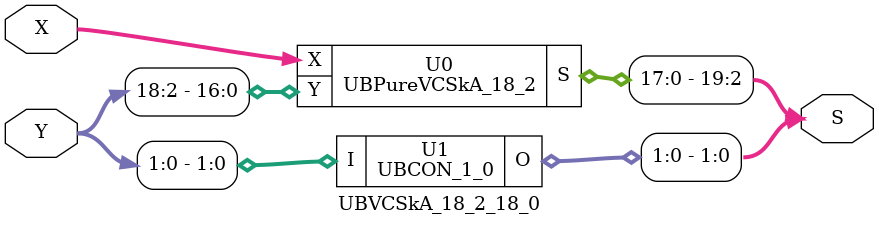
<source format=v>
/*----------------------------------------------------------------------------
  Copyright (c) 2021 Homma laboratory. All rights reserved.

  Top module: Multiplier_7_0_7_000

  Number system: Unsigned binary
  Multiplicand length: 8
  Multiplier length: 8
  Partial product generation: PPG with Radix-4 modified Booth recoding
  Partial product accumulation: Balanced delay tree
  Final stage addition: Carry-skip adder (variable-block-size)
----------------------------------------------------------------------------*/

module NUBZero_8_8(O);
  output [8:8] O;
  assign O[8] = 0;
endmodule

module R4BEEL_0_2(O_ds, O_d1, O_d0, I2, I1);
  output O_ds, O_d1, O_d0;
  input I1;
  input I2;
  assign O_d0 = I1;
  assign O_d1 = I2 & ( ~ I1 );
  assign O_ds = I2;
endmodule

module R4BEE_1(O_ds, O_d1, O_d0, I2, I1, I0);
  output O_ds, O_d1, O_d0;
  input I0;
  input I1;
  input I2;
  assign O_d0 = I1 ^ I0;
  assign O_d1 = ( I2 ^ I1 ) & ( ~ ( I1 ^ I0 ) );
  assign O_ds = I2;
endmodule

module R4BEE_2(O_ds, O_d1, O_d0, I2, I1, I0);
  output O_ds, O_d1, O_d0;
  input I0;
  input I1;
  input I2;
  assign O_d0 = I1 ^ I0;
  assign O_d1 = ( I2 ^ I1 ) & ( ~ ( I1 ^ I0 ) );
  assign O_ds = I2;
endmodule

module R4BEE_3(O_ds, O_d1, O_d0, I2, I1, I0);
  output O_ds, O_d1, O_d0;
  input I0;
  input I1;
  input I2;
  assign O_d0 = I1 ^ I0;
  assign O_d1 = ( I2 ^ I1 ) & ( ~ ( I1 ^ I0 ) );
  assign O_ds = I2;
endmodule

module R4BEEH_4_2(O_ds, O_d1, O_d0, I1, I0);
  output O_ds, O_d1, O_d0;
  input I0;
  input I1;
  assign O_d0 = I1 ^ I0;
  assign O_d1 = 0;
  assign O_ds = I1;
endmodule

module SD41DDECON_0(S, U_d1, U_d0, I_ds, I_d1, I_d0);
  output S;
  output U_d1, U_d0;
  input I_ds, I_d1, I_d0;
  assign S = I_ds;
  assign U_d0 = I_d0;
  assign U_d1 = I_d1;
endmodule

module U4DPPGL_0_0(Po, O, I, U_d1, U_d0);
  output O;
  output Po;
  input I;
  input U_d1, U_d0;
  assign O = I & U_d0;
  assign Po = I & U_d1;
endmodule

module U4DPPG_1_0(Po, O, I, U_d1, U_d0, Pi);
  output O;
  output Po;
  input I;
  input Pi;
  input U_d1, U_d0;
  assign O = ( I & U_d0 ) | Pi;
  assign Po = I & U_d1;
endmodule

module U4DPPG_2_0(Po, O, I, U_d1, U_d0, Pi);
  output O;
  output Po;
  input I;
  input Pi;
  input U_d1, U_d0;
  assign O = ( I & U_d0 ) | Pi;
  assign Po = I & U_d1;
endmodule

module U4DPPG_3_0(Po, O, I, U_d1, U_d0, Pi);
  output O;
  output Po;
  input I;
  input Pi;
  input U_d1, U_d0;
  assign O = ( I & U_d0 ) | Pi;
  assign Po = I & U_d1;
endmodule

module U4DPPG_4_0(Po, O, I, U_d1, U_d0, Pi);
  output O;
  output Po;
  input I;
  input Pi;
  input U_d1, U_d0;
  assign O = ( I & U_d0 ) | Pi;
  assign Po = I & U_d1;
endmodule

module U4DPPG_5_0(Po, O, I, U_d1, U_d0, Pi);
  output O;
  output Po;
  input I;
  input Pi;
  input U_d1, U_d0;
  assign O = ( I & U_d0 ) | Pi;
  assign Po = I & U_d1;
endmodule

module U4DPPG_6_0(Po, O, I, U_d1, U_d0, Pi);
  output O;
  output Po;
  input I;
  input Pi;
  input U_d1, U_d0;
  assign O = ( I & U_d0 ) | Pi;
  assign Po = I & U_d1;
endmodule

module U4DPPG_7_0(Po, O, I, U_d1, U_d0, Pi);
  output O;
  output Po;
  input I;
  input Pi;
  input U_d1, U_d0;
  assign O = ( I & U_d0 ) | Pi;
  assign Po = I & U_d1;
endmodule

module U4DPPGH_8_0(Po, O, I, U_d1, U_d0, Pi);
  output O;
  output Po;
  input I;
  input Pi;
  input U_d1, U_d0;
  assign O = ( I & U_d0 ) | Pi;
  assign Po = I & ( U_d1 | U_d0 );
endmodule

module BWCPP_0(O, I, S);
  output O;
  input I;
  input S;
  assign O = S ^ I;
endmodule

module BWCPP_1(O, I, S);
  output O;
  input I;
  input S;
  assign O = S ^ I;
endmodule

module BWCPP_2(O, I, S);
  output O;
  input I;
  input S;
  assign O = S ^ I;
endmodule

module BWCPP_3(O, I, S);
  output O;
  input I;
  input S;
  assign O = S ^ I;
endmodule

module BWCPP_4(O, I, S);
  output O;
  input I;
  input S;
  assign O = S ^ I;
endmodule

module BWCPP_5(O, I, S);
  output O;
  input I;
  input S;
  assign O = S ^ I;
endmodule

module BWCPP_6(O, I, S);
  output O;
  input I;
  input S;
  assign O = S ^ I;
endmodule

module BWCPP_7(O, I, S);
  output O;
  input I;
  input S;
  assign O = S ^ I;
endmodule

module BWCPP_8(O, I, S);
  output O;
  input I;
  input S;
  assign O = S ^ I;
endmodule

module BWCNP_9(O, I, S);
  output O;
  input I;
  input S;
  assign O = ( ~ S ) ^ I;
endmodule

module UBBBG_0(O, S);
  output O;
  input S;
  assign O = S;
endmodule

module SD41DDECON_1(S, U_d1, U_d0, I_ds, I_d1, I_d0);
  output S;
  output U_d1, U_d0;
  input I_ds, I_d1, I_d0;
  assign S = I_ds;
  assign U_d0 = I_d0;
  assign U_d1 = I_d1;
endmodule

module U4DPPGL_0_1(Po, O, I, U_d1, U_d0);
  output O;
  output Po;
  input I;
  input U_d1, U_d0;
  assign O = I & U_d0;
  assign Po = I & U_d1;
endmodule

module U4DPPG_1_1(Po, O, I, U_d1, U_d0, Pi);
  output O;
  output Po;
  input I;
  input Pi;
  input U_d1, U_d0;
  assign O = ( I & U_d0 ) | Pi;
  assign Po = I & U_d1;
endmodule

module U4DPPG_2_1(Po, O, I, U_d1, U_d0, Pi);
  output O;
  output Po;
  input I;
  input Pi;
  input U_d1, U_d0;
  assign O = ( I & U_d0 ) | Pi;
  assign Po = I & U_d1;
endmodule

module U4DPPG_3_1(Po, O, I, U_d1, U_d0, Pi);
  output O;
  output Po;
  input I;
  input Pi;
  input U_d1, U_d0;
  assign O = ( I & U_d0 ) | Pi;
  assign Po = I & U_d1;
endmodule

module U4DPPG_4_1(Po, O, I, U_d1, U_d0, Pi);
  output O;
  output Po;
  input I;
  input Pi;
  input U_d1, U_d0;
  assign O = ( I & U_d0 ) | Pi;
  assign Po = I & U_d1;
endmodule

module U4DPPG_5_1(Po, O, I, U_d1, U_d0, Pi);
  output O;
  output Po;
  input I;
  input Pi;
  input U_d1, U_d0;
  assign O = ( I & U_d0 ) | Pi;
  assign Po = I & U_d1;
endmodule

module U4DPPG_6_1(Po, O, I, U_d1, U_d0, Pi);
  output O;
  output Po;
  input I;
  input Pi;
  input U_d1, U_d0;
  assign O = ( I & U_d0 ) | Pi;
  assign Po = I & U_d1;
endmodule

module U4DPPG_7_1(Po, O, I, U_d1, U_d0, Pi);
  output O;
  output Po;
  input I;
  input Pi;
  input U_d1, U_d0;
  assign O = ( I & U_d0 ) | Pi;
  assign Po = I & U_d1;
endmodule

module U4DPPGH_8_1(Po, O, I, U_d1, U_d0, Pi);
  output O;
  output Po;
  input I;
  input Pi;
  input U_d1, U_d0;
  assign O = ( I & U_d0 ) | Pi;
  assign Po = I & ( U_d1 | U_d0 );
endmodule

module BWCPP_9(O, I, S);
  output O;
  input I;
  input S;
  assign O = S ^ I;
endmodule

module BWCPP_10(O, I, S);
  output O;
  input I;
  input S;
  assign O = S ^ I;
endmodule

module BWCNP_11(O, I, S);
  output O;
  input I;
  input S;
  assign O = ( ~ S ) ^ I;
endmodule

module UBBBG_2(O, S);
  output O;
  input S;
  assign O = S;
endmodule

module SD41DDECON_2(S, U_d1, U_d0, I_ds, I_d1, I_d0);
  output S;
  output U_d1, U_d0;
  input I_ds, I_d1, I_d0;
  assign S = I_ds;
  assign U_d0 = I_d0;
  assign U_d1 = I_d1;
endmodule

module U4DPPGL_0_2(Po, O, I, U_d1, U_d0);
  output O;
  output Po;
  input I;
  input U_d1, U_d0;
  assign O = I & U_d0;
  assign Po = I & U_d1;
endmodule

module U4DPPG_1_2(Po, O, I, U_d1, U_d0, Pi);
  output O;
  output Po;
  input I;
  input Pi;
  input U_d1, U_d0;
  assign O = ( I & U_d0 ) | Pi;
  assign Po = I & U_d1;
endmodule

module U4DPPG_2_2(Po, O, I, U_d1, U_d0, Pi);
  output O;
  output Po;
  input I;
  input Pi;
  input U_d1, U_d0;
  assign O = ( I & U_d0 ) | Pi;
  assign Po = I & U_d1;
endmodule

module U4DPPG_3_2(Po, O, I, U_d1, U_d0, Pi);
  output O;
  output Po;
  input I;
  input Pi;
  input U_d1, U_d0;
  assign O = ( I & U_d0 ) | Pi;
  assign Po = I & U_d1;
endmodule

module U4DPPG_4_2(Po, O, I, U_d1, U_d0, Pi);
  output O;
  output Po;
  input I;
  input Pi;
  input U_d1, U_d0;
  assign O = ( I & U_d0 ) | Pi;
  assign Po = I & U_d1;
endmodule

module U4DPPG_5_2(Po, O, I, U_d1, U_d0, Pi);
  output O;
  output Po;
  input I;
  input Pi;
  input U_d1, U_d0;
  assign O = ( I & U_d0 ) | Pi;
  assign Po = I & U_d1;
endmodule

module U4DPPG_6_2(Po, O, I, U_d1, U_d0, Pi);
  output O;
  output Po;
  input I;
  input Pi;
  input U_d1, U_d0;
  assign O = ( I & U_d0 ) | Pi;
  assign Po = I & U_d1;
endmodule

module U4DPPG_7_2(Po, O, I, U_d1, U_d0, Pi);
  output O;
  output Po;
  input I;
  input Pi;
  input U_d1, U_d0;
  assign O = ( I & U_d0 ) | Pi;
  assign Po = I & U_d1;
endmodule

module U4DPPGH_8_2(Po, O, I, U_d1, U_d0, Pi);
  output O;
  output Po;
  input I;
  input Pi;
  input U_d1, U_d0;
  assign O = ( I & U_d0 ) | Pi;
  assign Po = I & ( U_d1 | U_d0 );
endmodule

module BWCPP_11(O, I, S);
  output O;
  input I;
  input S;
  assign O = S ^ I;
endmodule

module BWCPP_12(O, I, S);
  output O;
  input I;
  input S;
  assign O = S ^ I;
endmodule

module BWCNP_13(O, I, S);
  output O;
  input I;
  input S;
  assign O = ( ~ S ) ^ I;
endmodule

module UBBBG_4(O, S);
  output O;
  input S;
  assign O = S;
endmodule

module SD41DDECON_3(S, U_d1, U_d0, I_ds, I_d1, I_d0);
  output S;
  output U_d1, U_d0;
  input I_ds, I_d1, I_d0;
  assign S = I_ds;
  assign U_d0 = I_d0;
  assign U_d1 = I_d1;
endmodule

module U4DPPGL_0_3(Po, O, I, U_d1, U_d0);
  output O;
  output Po;
  input I;
  input U_d1, U_d0;
  assign O = I & U_d0;
  assign Po = I & U_d1;
endmodule

module U4DPPG_1_3(Po, O, I, U_d1, U_d0, Pi);
  output O;
  output Po;
  input I;
  input Pi;
  input U_d1, U_d0;
  assign O = ( I & U_d0 ) | Pi;
  assign Po = I & U_d1;
endmodule

module U4DPPG_2_3(Po, O, I, U_d1, U_d0, Pi);
  output O;
  output Po;
  input I;
  input Pi;
  input U_d1, U_d0;
  assign O = ( I & U_d0 ) | Pi;
  assign Po = I & U_d1;
endmodule

module U4DPPG_3_3(Po, O, I, U_d1, U_d0, Pi);
  output O;
  output Po;
  input I;
  input Pi;
  input U_d1, U_d0;
  assign O = ( I & U_d0 ) | Pi;
  assign Po = I & U_d1;
endmodule

module U4DPPG_4_3(Po, O, I, U_d1, U_d0, Pi);
  output O;
  output Po;
  input I;
  input Pi;
  input U_d1, U_d0;
  assign O = ( I & U_d0 ) | Pi;
  assign Po = I & U_d1;
endmodule

module U4DPPG_5_3(Po, O, I, U_d1, U_d0, Pi);
  output O;
  output Po;
  input I;
  input Pi;
  input U_d1, U_d0;
  assign O = ( I & U_d0 ) | Pi;
  assign Po = I & U_d1;
endmodule

module U4DPPG_6_3(Po, O, I, U_d1, U_d0, Pi);
  output O;
  output Po;
  input I;
  input Pi;
  input U_d1, U_d0;
  assign O = ( I & U_d0 ) | Pi;
  assign Po = I & U_d1;
endmodule

module U4DPPG_7_3(Po, O, I, U_d1, U_d0, Pi);
  output O;
  output Po;
  input I;
  input Pi;
  input U_d1, U_d0;
  assign O = ( I & U_d0 ) | Pi;
  assign Po = I & U_d1;
endmodule

module U4DPPGH_8_3(Po, O, I, U_d1, U_d0, Pi);
  output O;
  output Po;
  input I;
  input Pi;
  input U_d1, U_d0;
  assign O = ( I & U_d0 ) | Pi;
  assign Po = I & ( U_d1 | U_d0 );
endmodule

module BWCPP_13(O, I, S);
  output O;
  input I;
  input S;
  assign O = S ^ I;
endmodule

module BWCPP_14(O, I, S);
  output O;
  input I;
  input S;
  assign O = S ^ I;
endmodule

module BWCNP_15(O, I, S);
  output O;
  input I;
  input S;
  assign O = ( ~ S ) ^ I;
endmodule

module UBBBG_6(O, S);
  output O;
  input S;
  assign O = S;
endmodule

module SD41DDECON_4(S, U_d1, U_d0, I_ds, I_d1, I_d0);
  output S;
  output U_d1, U_d0;
  input I_ds, I_d1, I_d0;
  assign S = I_ds;
  assign U_d0 = I_d0;
  assign U_d1 = I_d1;
endmodule

module U4DPPGL_0_4(Po, O, I, U_d1, U_d0);
  output O;
  output Po;
  input I;
  input U_d1, U_d0;
  assign O = I & U_d0;
  assign Po = I & U_d1;
endmodule

module U4DPPG_1_4(Po, O, I, U_d1, U_d0, Pi);
  output O;
  output Po;
  input I;
  input Pi;
  input U_d1, U_d0;
  assign O = ( I & U_d0 ) | Pi;
  assign Po = I & U_d1;
endmodule

module U4DPPG_2_4(Po, O, I, U_d1, U_d0, Pi);
  output O;
  output Po;
  input I;
  input Pi;
  input U_d1, U_d0;
  assign O = ( I & U_d0 ) | Pi;
  assign Po = I & U_d1;
endmodule

module U4DPPG_3_4(Po, O, I, U_d1, U_d0, Pi);
  output O;
  output Po;
  input I;
  input Pi;
  input U_d1, U_d0;
  assign O = ( I & U_d0 ) | Pi;
  assign Po = I & U_d1;
endmodule

module U4DPPG_4_4(Po, O, I, U_d1, U_d0, Pi);
  output O;
  output Po;
  input I;
  input Pi;
  input U_d1, U_d0;
  assign O = ( I & U_d0 ) | Pi;
  assign Po = I & U_d1;
endmodule

module U4DPPG_5_4(Po, O, I, U_d1, U_d0, Pi);
  output O;
  output Po;
  input I;
  input Pi;
  input U_d1, U_d0;
  assign O = ( I & U_d0 ) | Pi;
  assign Po = I & U_d1;
endmodule

module U4DPPG_6_4(Po, O, I, U_d1, U_d0, Pi);
  output O;
  output Po;
  input I;
  input Pi;
  input U_d1, U_d0;
  assign O = ( I & U_d0 ) | Pi;
  assign Po = I & U_d1;
endmodule

module U4DPPG_7_4(Po, O, I, U_d1, U_d0, Pi);
  output O;
  output Po;
  input I;
  input Pi;
  input U_d1, U_d0;
  assign O = ( I & U_d0 ) | Pi;
  assign Po = I & U_d1;
endmodule

module U4DPPGH_8_4(Po, O, I, U_d1, U_d0, Pi);
  output O;
  output Po;
  input I;
  input Pi;
  input U_d1, U_d0;
  assign O = ( I & U_d0 ) | Pi;
  assign Po = I & ( U_d1 | U_d0 );
endmodule

module BWCPP_15(O, I, S);
  output O;
  input I;
  input S;
  assign O = S ^ I;
endmodule

module BWCPP_16(O, I, S);
  output O;
  input I;
  input S;
  assign O = S ^ I;
endmodule

module BWCNP_17(O, I, S);
  output O;
  input I;
  input S;
  assign O = ( ~ S ) ^ I;
endmodule

module UBBBG_8(O, S);
  output O;
  input S;
  assign O = S;
endmodule

module UBOne_10(O);
  output O;
  assign O = 1;
endmodule

module UB1DCON_10(O, I);
  output O;
  input I;
  assign O = I;
endmodule

module UB1DCON_0(O, I);
  output O;
  input I;
  assign O = I;
endmodule

module UB1DCON_1(O, I);
  output O;
  input I;
  assign O = I;
endmodule

module UB1DCON_2(O, I);
  output O;
  input I;
  assign O = I;
endmodule

module UB1DCON_3(O, I);
  output O;
  input I;
  assign O = I;
endmodule

module UB1DCON_4(O, I);
  output O;
  input I;
  assign O = I;
endmodule

module UB1DCON_5(O, I);
  output O;
  input I;
  assign O = I;
endmodule

module UB1DCON_6(O, I);
  output O;
  input I;
  assign O = I;
endmodule

module UB1DCON_7(O, I);
  output O;
  input I;
  assign O = I;
endmodule

module UB1DCON_8(O, I);
  output O;
  input I;
  assign O = I;
endmodule

module UB1DCON_9(O, I);
  output O;
  input I;
  assign O = I;
endmodule

module UBOne_12(O);
  output O;
  assign O = 1;
endmodule

module UB1DCON_12(O, I);
  output O;
  input I;
  assign O = I;
endmodule

module UB1DCON_11(O, I);
  output O;
  input I;
  assign O = I;
endmodule

module UBZero_1_1(O);
  output [1:1] O;
  assign O[1] = 0;
endmodule

module UBOne_14(O);
  output O;
  assign O = 1;
endmodule

module UB1DCON_14(O, I);
  output O;
  input I;
  assign O = I;
endmodule

module UB1DCON_13(O, I);
  output O;
  input I;
  assign O = I;
endmodule

module UBZero_3_3(O);
  output [3:3] O;
  assign O[3] = 0;
endmodule

module UBOne_16(O);
  output O;
  assign O = 1;
endmodule

module UB1DCON_16(O, I);
  output O;
  input I;
  assign O = I;
endmodule

module UB1DCON_15(O, I);
  output O;
  input I;
  assign O = I;
endmodule

module UBZero_5_5(O);
  output [5:5] O;
  assign O[5] = 0;
endmodule

module UB1DCON_17(O, I);
  output O;
  input I;
  assign O = I;
endmodule

module UBZero_7_7(O);
  output [7:7] O;
  assign O[7] = 0;
endmodule

module UBOne_9(O);
  output O;
  assign O = 1;
endmodule

module UBHA_0(C, S, X, Y);
  output C;
  output S;
  input X;
  input Y;
  assign C = X & Y;
  assign S = X ^ Y;
endmodule

module UBHA_1(C, S, X, Y);
  output C;
  output S;
  input X;
  input Y;
  assign C = X & Y;
  assign S = X ^ Y;
endmodule

module UBFA_2(C, S, X, Y, Z);
  output C;
  output S;
  input X;
  input Y;
  input Z;
  assign C = ( X & Y ) | ( Y & Z ) | ( Z & X );
  assign S = X ^ Y ^ Z;
endmodule

module UBFA_3(C, S, X, Y, Z);
  output C;
  output S;
  input X;
  input Y;
  input Z;
  assign C = ( X & Y ) | ( Y & Z ) | ( Z & X );
  assign S = X ^ Y ^ Z;
endmodule

module UBFA_4(C, S, X, Y, Z);
  output C;
  output S;
  input X;
  input Y;
  input Z;
  assign C = ( X & Y ) | ( Y & Z ) | ( Z & X );
  assign S = X ^ Y ^ Z;
endmodule

module UBFA_5(C, S, X, Y, Z);
  output C;
  output S;
  input X;
  input Y;
  input Z;
  assign C = ( X & Y ) | ( Y & Z ) | ( Z & X );
  assign S = X ^ Y ^ Z;
endmodule

module UBFA_6(C, S, X, Y, Z);
  output C;
  output S;
  input X;
  input Y;
  input Z;
  assign C = ( X & Y ) | ( Y & Z ) | ( Z & X );
  assign S = X ^ Y ^ Z;
endmodule

module UBFA_7(C, S, X, Y, Z);
  output C;
  output S;
  input X;
  input Y;
  input Z;
  assign C = ( X & Y ) | ( Y & Z ) | ( Z & X );
  assign S = X ^ Y ^ Z;
endmodule

module UBFA_8(C, S, X, Y, Z);
  output C;
  output S;
  input X;
  input Y;
  input Z;
  assign C = ( X & Y ) | ( Y & Z ) | ( Z & X );
  assign S = X ^ Y ^ Z;
endmodule

module UBFA_9(C, S, X, Y, Z);
  output C;
  output S;
  input X;
  input Y;
  input Z;
  assign C = ( X & Y ) | ( Y & Z ) | ( Z & X );
  assign S = X ^ Y ^ Z;
endmodule

module UBFA_10(C, S, X, Y, Z);
  output C;
  output S;
  input X;
  input Y;
  input Z;
  assign C = ( X & Y ) | ( Y & Z ) | ( Z & X );
  assign S = X ^ Y ^ Z;
endmodule

module UBHA_11(C, S, X, Y);
  output C;
  output S;
  input X;
  input Y;
  assign C = X & Y;
  assign S = X ^ Y;
endmodule

module UBHA_12(C, S, X, Y);
  output C;
  output S;
  input X;
  input Y;
  assign C = X & Y;
  assign S = X ^ Y;
endmodule

module UBHA_6(C, S, X, Y);
  output C;
  output S;
  input X;
  input Y;
  assign C = X & Y;
  assign S = X ^ Y;
endmodule

module UBHA_7(C, S, X, Y);
  output C;
  output S;
  input X;
  input Y;
  assign C = X & Y;
  assign S = X ^ Y;
endmodule

module UBHA_10(C, S, X, Y);
  output C;
  output S;
  input X;
  input Y;
  assign C = X & Y;
  assign S = X ^ Y;
endmodule

module UBHA_13(C, S, X, Y);
  output C;
  output S;
  input X;
  input Y;
  assign C = X & Y;
  assign S = X ^ Y;
endmodule

module UBHA_14(C, S, X, Y);
  output C;
  output S;
  input X;
  input Y;
  assign C = X & Y;
  assign S = X ^ Y;
endmodule

module UBHA_15(C, S, X, Y);
  output C;
  output S;
  input X;
  input Y;
  assign C = X & Y;
  assign S = X ^ Y;
endmodule

module UBHA_16(C, S, X, Y);
  output C;
  output S;
  input X;
  input Y;
  assign C = X & Y;
  assign S = X ^ Y;
endmodule

module UBHA_4(C, S, X, Y);
  output C;
  output S;
  input X;
  input Y;
  assign C = X & Y;
  assign S = X ^ Y;
endmodule

module UBHA_5(C, S, X, Y);
  output C;
  output S;
  input X;
  input Y;
  assign C = X & Y;
  assign S = X ^ Y;
endmodule

module UBFA_11(C, S, X, Y, Z);
  output C;
  output S;
  input X;
  input Y;
  input Z;
  assign C = ( X & Y ) | ( Y & Z ) | ( Z & X );
  assign S = X ^ Y ^ Z;
endmodule

module UBFA_12(C, S, X, Y, Z);
  output C;
  output S;
  input X;
  input Y;
  input Z;
  assign C = ( X & Y ) | ( Y & Z ) | ( Z & X );
  assign S = X ^ Y ^ Z;
endmodule

module UBFA_13(C, S, X, Y, Z);
  output C;
  output S;
  input X;
  input Y;
  input Z;
  assign C = ( X & Y ) | ( Y & Z ) | ( Z & X );
  assign S = X ^ Y ^ Z;
endmodule

module UBFA_14(C, S, X, Y, Z);
  output C;
  output S;
  input X;
  input Y;
  input Z;
  assign C = ( X & Y ) | ( Y & Z ) | ( Z & X );
  assign S = X ^ Y ^ Z;
endmodule

module UBHA_17(C, S, X, Y);
  output C;
  output S;
  input X;
  input Y;
  assign C = X & Y;
  assign S = X ^ Y;
endmodule

module UBHA_2(C, S, X, Y);
  output C;
  output S;
  input X;
  input Y;
  assign C = X & Y;
  assign S = X ^ Y;
endmodule

module UBHA_3(C, S, X, Y);
  output C;
  output S;
  input X;
  input Y;
  assign C = X & Y;
  assign S = X ^ Y;
endmodule

module UB1DCON_18(O, I);
  output O;
  input I;
  assign O = I;
endmodule

module UBPFA_3(Co, S, P, X, Y, Ci);
  output Co;
  output P;
  output S;
  input Ci;
  input X;
  input Y;
  wire C_0;
  wire C_1;
  wire S_0;
  assign Co = C_0 | C_1;
  assign P = S_0;
  UBHA_3 U0 (C_0, S_0, X, Y);
  UBHA_3 U1 (C_1, S, S_0, Ci);
endmodule

module UBPFA_4(Co, S, P, X, Y, Ci);
  output Co;
  output P;
  output S;
  input Ci;
  input X;
  input Y;
  wire C_0;
  wire C_1;
  wire S_0;
  assign Co = C_0 | C_1;
  assign P = S_0;
  UBHA_4 U0 (C_0, S_0, X, Y);
  UBHA_4 U1 (C_1, S, S_0, Ci);
endmodule

module UBCSkB_4_3(Co, S, X, Y, Ci);
  output Co;
  output [4:3] S;
  input Ci;
  input [4:3] X;
  input [4:3] Y;
  wire C4;
  wire C5;
  wire P3;
  wire P4;
  wire Sk;
  assign Sk = ( P3 & P4 ) & Ci;
  assign Co = C5 | Sk;
  UBPFA_3 U0 (C4, S[3], P3, X[3], Y[3], Ci);
  UBPFA_4 U1 (C5, S[4], P4, X[4], Y[4], C4);
endmodule

module UBPFA_5(Co, S, P, X, Y, Ci);
  output Co;
  output P;
  output S;
  input Ci;
  input X;
  input Y;
  wire C_0;
  wire C_1;
  wire S_0;
  assign Co = C_0 | C_1;
  assign P = S_0;
  UBHA_5 U0 (C_0, S_0, X, Y);
  UBHA_5 U1 (C_1, S, S_0, Ci);
endmodule

module UBPFA_6(Co, S, P, X, Y, Ci);
  output Co;
  output P;
  output S;
  input Ci;
  input X;
  input Y;
  wire C_0;
  wire C_1;
  wire S_0;
  assign Co = C_0 | C_1;
  assign P = S_0;
  UBHA_6 U0 (C_0, S_0, X, Y);
  UBHA_6 U1 (C_1, S, S_0, Ci);
endmodule

module UBPFA_7(Co, S, P, X, Y, Ci);
  output Co;
  output P;
  output S;
  input Ci;
  input X;
  input Y;
  wire C_0;
  wire C_1;
  wire S_0;
  assign Co = C_0 | C_1;
  assign P = S_0;
  UBHA_7 U0 (C_0, S_0, X, Y);
  UBHA_7 U1 (C_1, S, S_0, Ci);
endmodule

module UBCSkB_7_5(Co, S, X, Y, Ci);
  output Co;
  output [7:5] S;
  input Ci;
  input [7:5] X;
  input [7:5] Y;
  wire C6;
  wire C7;
  wire C8;
  wire P5;
  wire P6;
  wire P7;
  wire Sk;
  assign Sk = ( P5 & P6 & P7 ) & Ci;
  assign Co = C8 | Sk;
  UBPFA_5 U0 (C6, S[5], P5, X[5], Y[5], Ci);
  UBPFA_6 U1 (C7, S[6], P6, X[6], Y[6], C6);
  UBPFA_7 U2 (C8, S[7], P7, X[7], Y[7], C7);
endmodule

module UBHA_8(C, S, X, Y);
  output C;
  output S;
  input X;
  input Y;
  assign C = X & Y;
  assign S = X ^ Y;
endmodule

module UBPFA_8(Co, S, P, X, Y, Ci);
  output Co;
  output P;
  output S;
  input Ci;
  input X;
  input Y;
  wire C_0;
  wire C_1;
  wire S_0;
  assign Co = C_0 | C_1;
  assign P = S_0;
  UBHA_8 U0 (C_0, S_0, X, Y);
  UBHA_8 U1 (C_1, S, S_0, Ci);
endmodule

module UBHA_9(C, S, X, Y);
  output C;
  output S;
  input X;
  input Y;
  assign C = X & Y;
  assign S = X ^ Y;
endmodule

module UBPFA_9(Co, S, P, X, Y, Ci);
  output Co;
  output P;
  output S;
  input Ci;
  input X;
  input Y;
  wire C_0;
  wire C_1;
  wire S_0;
  assign Co = C_0 | C_1;
  assign P = S_0;
  UBHA_9 U0 (C_0, S_0, X, Y);
  UBHA_9 U1 (C_1, S, S_0, Ci);
endmodule

module UBPFA_10(Co, S, P, X, Y, Ci);
  output Co;
  output P;
  output S;
  input Ci;
  input X;
  input Y;
  wire C_0;
  wire C_1;
  wire S_0;
  assign Co = C_0 | C_1;
  assign P = S_0;
  UBHA_10 U0 (C_0, S_0, X, Y);
  UBHA_10 U1 (C_1, S, S_0, Ci);
endmodule

module UBPFA_11(Co, S, P, X, Y, Ci);
  output Co;
  output P;
  output S;
  input Ci;
  input X;
  input Y;
  wire C_0;
  wire C_1;
  wire S_0;
  assign Co = C_0 | C_1;
  assign P = S_0;
  UBHA_11 U0 (C_0, S_0, X, Y);
  UBHA_11 U1 (C_1, S, S_0, Ci);
endmodule

module UBCSkB_11_8(Co, S, X, Y, Ci);
  output Co;
  output [11:8] S;
  input Ci;
  input [11:8] X;
  input [11:8] Y;
  wire C10;
  wire C11;
  wire C12;
  wire C9;
  wire P10;
  wire P11;
  wire P8;
  wire P9;
  wire Sk;
  assign Sk = ( P8 & P9 & P10 & P11 ) & Ci;
  assign Co = C12 | Sk;
  UBPFA_8 U0 (C9, S[8], P8, X[8], Y[8], Ci);
  UBPFA_9 U1 (C10, S[9], P9, X[9], Y[9], C9);
  UBPFA_10 U2 (C11, S[10], P10, X[10], Y[10], C10);
  UBPFA_11 U3 (C12, S[11], P11, X[11], Y[11], C11);
endmodule

module UBPFA_12(Co, S, P, X, Y, Ci);
  output Co;
  output P;
  output S;
  input Ci;
  input X;
  input Y;
  wire C_0;
  wire C_1;
  wire S_0;
  assign Co = C_0 | C_1;
  assign P = S_0;
  UBHA_12 U0 (C_0, S_0, X, Y);
  UBHA_12 U1 (C_1, S, S_0, Ci);
endmodule

module UBPFA_13(Co, S, P, X, Y, Ci);
  output Co;
  output P;
  output S;
  input Ci;
  input X;
  input Y;
  wire C_0;
  wire C_1;
  wire S_0;
  assign Co = C_0 | C_1;
  assign P = S_0;
  UBHA_13 U0 (C_0, S_0, X, Y);
  UBHA_13 U1 (C_1, S, S_0, Ci);
endmodule

module UBPFA_14(Co, S, P, X, Y, Ci);
  output Co;
  output P;
  output S;
  input Ci;
  input X;
  input Y;
  wire C_0;
  wire C_1;
  wire S_0;
  assign Co = C_0 | C_1;
  assign P = S_0;
  UBHA_14 U0 (C_0, S_0, X, Y);
  UBHA_14 U1 (C_1, S, S_0, Ci);
endmodule

module UBPFA_15(Co, S, P, X, Y, Ci);
  output Co;
  output P;
  output S;
  input Ci;
  input X;
  input Y;
  wire C_0;
  wire C_1;
  wire S_0;
  assign Co = C_0 | C_1;
  assign P = S_0;
  UBHA_15 U0 (C_0, S_0, X, Y);
  UBHA_15 U1 (C_1, S, S_0, Ci);
endmodule

module UBCSkB_15_12(Co, S, X, Y, Ci);
  output Co;
  output [15:12] S;
  input Ci;
  input [15:12] X;
  input [15:12] Y;
  wire C13;
  wire C14;
  wire C15;
  wire C16;
  wire P12;
  wire P13;
  wire P14;
  wire P15;
  wire Sk;
  assign Sk = ( P12 & P13 & P14 & P15 ) & Ci;
  assign Co = C16 | Sk;
  UBPFA_12 U0 (C13, S[12], P12, X[12], Y[12], Ci);
  UBPFA_13 U1 (C14, S[13], P13, X[13], Y[13], C13);
  UBPFA_14 U2 (C15, S[14], P14, X[14], Y[14], C14);
  UBPFA_15 U3 (C16, S[15], P15, X[15], Y[15], C15);
endmodule

module UBPFA_16(Co, S, P, X, Y, Ci);
  output Co;
  output P;
  output S;
  input Ci;
  input X;
  input Y;
  wire C_0;
  wire C_1;
  wire S_0;
  assign Co = C_0 | C_1;
  assign P = S_0;
  UBHA_16 U0 (C_0, S_0, X, Y);
  UBHA_16 U1 (C_1, S, S_0, Ci);
endmodule

module UBPFA_17(Co, S, P, X, Y, Ci);
  output Co;
  output P;
  output S;
  input Ci;
  input X;
  input Y;
  wire C_0;
  wire C_1;
  wire S_0;
  assign Co = C_0 | C_1;
  assign P = S_0;
  UBHA_17 U0 (C_0, S_0, X, Y);
  UBHA_17 U1 (C_1, S, S_0, Ci);
endmodule

module UBCSkB_17_16(Co, S, X, Y, Ci);
  output Co;
  output [17:16] S;
  input Ci;
  input [17:16] X;
  input [17:16] Y;
  wire C17;
  wire C18;
  wire P16;
  wire P17;
  wire Sk;
  assign Sk = ( P16 & P17 ) & Ci;
  assign Co = C18 | Sk;
  UBPFA_16 U0 (C17, S[16], P16, X[16], Y[16], Ci);
  UBPFA_17 U1 (C18, S[17], P17, X[17], Y[17], C17);
endmodule

module UBHA_18(C, S, X, Y);
  output C;
  output S;
  input X;
  input Y;
  assign C = X & Y;
  assign S = X ^ Y;
endmodule

module UBPFA_18(Co, S, P, X, Y, Ci);
  output Co;
  output P;
  output S;
  input Ci;
  input X;
  input Y;
  wire C_0;
  wire C_1;
  wire S_0;
  assign Co = C_0 | C_1;
  assign P = S_0;
  UBHA_18 U0 (C_0, S_0, X, Y);
  UBHA_18 U1 (C_1, S, S_0, Ci);
endmodule

module UBCSkB_18_18(Co, S, X, Y, Ci);
  output Co;
  output [18:18] S;
  input Ci;
  input [18:18] X;
  input [18:18] Y;
  wire C19;
  wire P18;
  wire Sk;
  assign Sk = P18 & Ci;
  assign Co = C19 | Sk;
  UBPFA_18 U0 (C19, S[18], P18, X[18], Y[18], Ci);
endmodule

module UBPriVCSkA_18_2(S, X, Y, Cin);
  output [19:2] S;
  input Cin;
  input [18:2] X;
  input [18:2] Y;
  wire C12;
  wire C16;
  wire C18;
  wire C3;
  wire C5;
  wire C8;
  UBFA_2 U0 (C3, S[2], X[2], Y[2], Cin);
  UBCSkB_4_3 U1 (C5, S[4:3], X[4:3], Y[4:3], C3);
  UBCSkB_7_5 U2 (C8, S[7:5], X[7:5], Y[7:5], C5);
  UBCSkB_11_8 U3 (C12, S[11:8], X[11:8], Y[11:8], C8);
  UBCSkB_15_12 U4 (C16, S[15:12], X[15:12], Y[15:12], C12);
  UBCSkB_17_16 U5 (C18, S[17:16], X[17:16], Y[17:16], C16);
  UBCSkB_18_18 U6 (S[19], S[18], X[18], Y[18], C18);
endmodule

module UBZero_2_2(O);
  output [2:2] O;
  assign O[2] = 0;
endmodule

module UBTC1CON20_0(O, I);
  output O;
  input I;
  assign O = I;
endmodule

module UBTC1CON20_1(O, I);
  output O;
  input I;
  assign O = I;
endmodule

module UBTC1CON20_2(O, I);
  output O;
  input I;
  assign O = I;
endmodule

module UBTC1CON20_3(O, I);
  output O;
  input I;
  assign O = I;
endmodule

module UBTC1CON20_4(O, I);
  output O;
  input I;
  assign O = I;
endmodule

module UBTC1CON20_5(O, I);
  output O;
  input I;
  assign O = I;
endmodule

module UBTC1CON20_6(O, I);
  output O;
  input I;
  assign O = I;
endmodule

module UBTC1CON20_7(O, I);
  output O;
  input I;
  assign O = I;
endmodule

module UBTC1CON20_8(O, I);
  output O;
  input I;
  assign O = I;
endmodule

module UBTC1CON20_9(O, I);
  output O;
  input I;
  assign O = I;
endmodule

module UBTC1CON20_10(O, I);
  output O;
  input I;
  assign O = I;
endmodule

module UBTC1CON20_11(O, I);
  output O;
  input I;
  assign O = I;
endmodule

module UBTC1CON20_12(O, I);
  output O;
  input I;
  assign O = I;
endmodule

module UBTC1CON20_13(O, I);
  output O;
  input I;
  assign O = I;
endmodule

module UBTC1CON20_14(O, I);
  output O;
  input I;
  assign O = I;
endmodule

module UBTC1CON20_15(O, I);
  output O;
  input I;
  assign O = I;
endmodule

module UBTC1CON20_16(O, I);
  output O;
  input I;
  assign O = I;
endmodule

module UBTC1CON20_17(O, I);
  output O;
  input I;
  assign O = I;
endmodule

module UBTCTCONV_19_18(O, I);
  output [20:18] O;
  input [19:18] I;
  assign O[18] = ~ I[18];
  assign O[19] = ~ I[19] ^ ( I[18] );
  assign O[20] = ~ ( I[19] | I[18] );
endmodule

module Multiplier_7_0_7_000(P, IN1, IN2);
  output [15:0] P;
  input [7:0] IN1;
  input [7:0] IN2;
  wire [20:0] W;
  assign P[0] = W[0];
  assign P[1] = W[1];
  assign P[2] = W[2];
  assign P[3] = W[3];
  assign P[4] = W[4];
  assign P[5] = W[5];
  assign P[6] = W[6];
  assign P[7] = W[7];
  assign P[8] = W[8];
  assign P[9] = W[9];
  assign P[10] = W[10];
  assign P[11] = W[11];
  assign P[12] = W[12];
  assign P[13] = W[13];
  assign P[14] = W[14];
  assign P[15] = W[15];
  MultUB_R4B_BLD_VC000 U0 (W, IN1, IN2);
endmodule

module BLDCON_13_1_14_0_000 (S1, S2, IN0, IN1, IN2, IN3);
  output [18:2] S1;
  output [18:0] S2;
  input [13:1] IN0;
  input [14:0] IN1;
  input [17:7] IN2;
  input [17:4] IN3;
  wire [18:5] W1;
  wire [17:0] W2;
  CSA_14_0_17_7_17_000 U0 (W1, W2, IN1, IN2, IN3);
  CSA_18_5_17_0_13_000 U1 (S1, S2, W1, W2, IN0);
endmodule

module BLDTR_10_0_12_0_1000 (S1, S2, PP0, PP1, PP2, PP3, PP4, PP5);
  output [18:2] S1;
  output [18:0] S2;
  input [10:0] PP0;
  input [12:0] PP1;
  input [14:2] PP2;
  input [16:4] PP3;
  input [17:6] PP4;
  input [9:8] PP5;
  wire [13:1] W0;
  wire [14:0] W1;
  wire [17:7] W2;
  wire [17:4] W3;
  UBARYACC_10_0_12_000 U0 (W0, W1, PP0, PP1, PP2);
  UBARYACC_16_4_17_000 U1 (W2, W3, PP3, PP4, PP5);
  BLDCON_13_1_14_0_000 U2 (S1, S2, W0, W1, W2, W3);
endmodule

module CSA_10_0_12_0_14_000 (C, S, X, Y, Z);
  output [13:1] C;
  output [14:0] S;
  input [10:0] X;
  input [12:0] Y;
  input [14:2] Z;
  PureCSHA_1_0 U0 (C[2:1], S[1:0], Y[1:0], X[1:0]);
  PureCSA_10_2 U1 (C[11:3], S[10:2], Z[10:2], Y[10:2], X[10:2]);
  PureCSHA_12_11 U2 (C[13:12], S[12:11], Z[12:11], Y[12:11]);
  UBCON_14_13 U3 (S[14:13], Z[14:13]);
endmodule

module CSA_14_0_17_7_17_000 (C, S, X, Y, Z);
  output [18:5] C;
  output [17:0] S;
  input [14:0] X;
  input [17:7] Y;
  input [17:4] Z;
  UBCON_3_0 U0 (S[3:0], X[3:0]);
  PureCSHA_6_4 U1 (C[7:5], S[6:4], Z[6:4], X[6:4]);
  PureCSA_14_7 U2 (C[15:8], S[14:7], Y[14:7], Z[14:7], X[14:7]);
  PureCSHA_17_15 U3 (C[18:16], S[17:15], Z[17:15], Y[17:15]);
endmodule

module CSA_16_4_17_6_9_8 (C, S, X, Y, Z);
  output [17:7] C;
  output [17:4] S;
  input [16:4] X;
  input [17:6] Y;
  input [9:8] Z;
  UBCON_5_4 U0 (S[5:4], X[5:4]);
  PureCSHA_7_6 U1 (C[8:7], S[7:6], Y[7:6], X[7:6]);
  PureCSA_9_8 U2 (C[10:9], S[9:8], Z[9:8], Y[9:8], X[9:8]);
  PureCSHA_16_10 U3 (C[17:11], S[16:10], Y[16:10], X[16:10]);
  UB1DCON_17 U4 (S[17], Y[17]);
endmodule

module CSA_18_5_17_0_13_000 (C, S, X, Y, Z);
  output [18:2] C;
  output [18:0] S;
  input [18:5] X;
  input [17:0] Y;
  input [13:1] Z;
  UB1DCON_0 U0 (S[0], Y[0]);
  PureCSHA_4_1 U1 (C[5:2], S[4:1], Z[4:1], Y[4:1]);
  PureCSA_13_5 U2 (C[14:6], S[13:5], X[13:5], Z[13:5], Y[13:5]);
  PureCSHA_17_14 U3 (C[18:15], S[17:14], X[17:14], Y[17:14]);
  UB1DCON_18 U4 (S[18], X[18]);
endmodule

module MultUB_R4B_BLD_VC000 (P, IN1, IN2);
  output [20:0] P;
  input [7:0] IN1;
  input [7:0] IN2;
  wire [10:0] PP0;
  wire [12:0] PP1;
  wire [14:2] PP2;
  wire [16:4] PP3;
  wire [17:6] PP4;
  wire [9:8] PP5;
  wire [18:2] S1;
  wire [18:0] S2;
  wire [19:0] UP;
  UBR4BPPG_7_0_7_0 U0 (PP0, PP1, PP2, PP3, PP4, PP5, IN1, IN2);
  BLDTR_10_0_12_0_1000 U1 (S1, S2, PP0, PP1, PP2, PP3, PP4, PP5);
  UBVCSkA_18_2_18_0 U2 (UP, S1, S2);
  UBTCCONV18_19_0 U3 (P, UP);
endmodule

module PureCSA_10_2 (C, S, X, Y, Z);
  output [11:3] C;
  output [10:2] S;
  input [10:2] X;
  input [10:2] Y;
  input [10:2] Z;
  UBFA_2 U0 (C[3], S[2], X[2], Y[2], Z[2]);
  UBFA_3 U1 (C[4], S[3], X[3], Y[3], Z[3]);
  UBFA_4 U2 (C[5], S[4], X[4], Y[4], Z[4]);
  UBFA_5 U3 (C[6], S[5], X[5], Y[5], Z[5]);
  UBFA_6 U4 (C[7], S[6], X[6], Y[6], Z[6]);
  UBFA_7 U5 (C[8], S[7], X[7], Y[7], Z[7]);
  UBFA_8 U6 (C[9], S[8], X[8], Y[8], Z[8]);
  UBFA_9 U7 (C[10], S[9], X[9], Y[9], Z[9]);
  UBFA_10 U8 (C[11], S[10], X[10], Y[10], Z[10]);
endmodule

module PureCSA_13_5 (C, S, X, Y, Z);
  output [14:6] C;
  output [13:5] S;
  input [13:5] X;
  input [13:5] Y;
  input [13:5] Z;
  UBFA_5 U0 (C[6], S[5], X[5], Y[5], Z[5]);
  UBFA_6 U1 (C[7], S[6], X[6], Y[6], Z[6]);
  UBFA_7 U2 (C[8], S[7], X[7], Y[7], Z[7]);
  UBFA_8 U3 (C[9], S[8], X[8], Y[8], Z[8]);
  UBFA_9 U4 (C[10], S[9], X[9], Y[9], Z[9]);
  UBFA_10 U5 (C[11], S[10], X[10], Y[10], Z[10]);
  UBFA_11 U6 (C[12], S[11], X[11], Y[11], Z[11]);
  UBFA_12 U7 (C[13], S[12], X[12], Y[12], Z[12]);
  UBFA_13 U8 (C[14], S[13], X[13], Y[13], Z[13]);
endmodule

module PureCSA_14_7 (C, S, X, Y, Z);
  output [15:8] C;
  output [14:7] S;
  input [14:7] X;
  input [14:7] Y;
  input [14:7] Z;
  UBFA_7 U0 (C[8], S[7], X[7], Y[7], Z[7]);
  UBFA_8 U1 (C[9], S[8], X[8], Y[8], Z[8]);
  UBFA_9 U2 (C[10], S[9], X[9], Y[9], Z[9]);
  UBFA_10 U3 (C[11], S[10], X[10], Y[10], Z[10]);
  UBFA_11 U4 (C[12], S[11], X[11], Y[11], Z[11]);
  UBFA_12 U5 (C[13], S[12], X[12], Y[12], Z[12]);
  UBFA_13 U6 (C[14], S[13], X[13], Y[13], Z[13]);
  UBFA_14 U7 (C[15], S[14], X[14], Y[14], Z[14]);
endmodule

module PureCSA_9_8 (C, S, X, Y, Z);
  output [10:9] C;
  output [9:8] S;
  input [9:8] X;
  input [9:8] Y;
  input [9:8] Z;
  UBFA_8 U0 (C[9], S[8], X[8], Y[8], Z[8]);
  UBFA_9 U1 (C[10], S[9], X[9], Y[9], Z[9]);
endmodule

module PureCSHA_12_11 (C, S, X, Y);
  output [13:12] C;
  output [12:11] S;
  input [12:11] X;
  input [12:11] Y;
  UBHA_11 U0 (C[12], S[11], X[11], Y[11]);
  UBHA_12 U1 (C[13], S[12], X[12], Y[12]);
endmodule

module PureCSHA_16_10 (C, S, X, Y);
  output [17:11] C;
  output [16:10] S;
  input [16:10] X;
  input [16:10] Y;
  UBHA_10 U0 (C[11], S[10], X[10], Y[10]);
  UBHA_11 U1 (C[12], S[11], X[11], Y[11]);
  UBHA_12 U2 (C[13], S[12], X[12], Y[12]);
  UBHA_13 U3 (C[14], S[13], X[13], Y[13]);
  UBHA_14 U4 (C[15], S[14], X[14], Y[14]);
  UBHA_15 U5 (C[16], S[15], X[15], Y[15]);
  UBHA_16 U6 (C[17], S[16], X[16], Y[16]);
endmodule

module PureCSHA_17_14 (C, S, X, Y);
  output [18:15] C;
  output [17:14] S;
  input [17:14] X;
  input [17:14] Y;
  UBHA_14 U0 (C[15], S[14], X[14], Y[14]);
  UBHA_15 U1 (C[16], S[15], X[15], Y[15]);
  UBHA_16 U2 (C[17], S[16], X[16], Y[16]);
  UBHA_17 U3 (C[18], S[17], X[17], Y[17]);
endmodule

module PureCSHA_17_15 (C, S, X, Y);
  output [18:16] C;
  output [17:15] S;
  input [17:15] X;
  input [17:15] Y;
  UBHA_15 U0 (C[16], S[15], X[15], Y[15]);
  UBHA_16 U1 (C[17], S[16], X[16], Y[16]);
  UBHA_17 U2 (C[18], S[17], X[17], Y[17]);
endmodule

module PureCSHA_1_0 (C, S, X, Y);
  output [2:1] C;
  output [1:0] S;
  input [1:0] X;
  input [1:0] Y;
  UBHA_0 U0 (C[1], S[0], X[0], Y[0]);
  UBHA_1 U1 (C[2], S[1], X[1], Y[1]);
endmodule

module PureCSHA_4_1 (C, S, X, Y);
  output [5:2] C;
  output [4:1] S;
  input [4:1] X;
  input [4:1] Y;
  UBHA_1 U0 (C[2], S[1], X[1], Y[1]);
  UBHA_2 U1 (C[3], S[2], X[2], Y[2]);
  UBHA_3 U2 (C[4], S[3], X[3], Y[3]);
  UBHA_4 U3 (C[5], S[4], X[4], Y[4]);
endmodule

module PureCSHA_6_4 (C, S, X, Y);
  output [7:5] C;
  output [6:4] S;
  input [6:4] X;
  input [6:4] Y;
  UBHA_4 U0 (C[5], S[4], X[4], Y[4]);
  UBHA_5 U1 (C[6], S[5], X[5], Y[5]);
  UBHA_6 U2 (C[7], S[6], X[6], Y[6]);
endmodule

module PureCSHA_7_6 (C, S, X, Y);
  output [8:7] C;
  output [7:6] S;
  input [7:6] X;
  input [7:6] Y;
  UBHA_6 U0 (C[7], S[6], X[6], Y[6]);
  UBHA_7 U1 (C[8], S[7], X[7], Y[7]);
endmodule

module TCU4VPPG_8_0_0 (O_T, O_R, IN1_T, IN1_R, U__d1, U__d0);
  output [8:0] O_R;
  output O_T;
  input [7:0] IN1_R;
  input IN1_T;
  input U__d1, U__d0;
  wire [8:1] P;
  U4DPPGL_0_0 U0 (P[1], O_R[0], IN1_R[0], U__d1, U__d0);
  U4DPPG_1_0 U1 (P[2], O_R[1], IN1_R[1], U__d1, U__d0, P[1]);
  U4DPPG_2_0 U2 (P[3], O_R[2], IN1_R[2], U__d1, U__d0, P[2]);
  U4DPPG_3_0 U3 (P[4], O_R[3], IN1_R[3], U__d1, U__d0, P[3]);
  U4DPPG_4_0 U4 (P[5], O_R[4], IN1_R[4], U__d1, U__d0, P[4]);
  U4DPPG_5_0 U5 (P[6], O_R[5], IN1_R[5], U__d1, U__d0, P[5]);
  U4DPPG_6_0 U6 (P[7], O_R[6], IN1_R[6], U__d1, U__d0, P[6]);
  U4DPPG_7_0 U7 (P[8], O_R[7], IN1_R[7], U__d1, U__d0, P[7]);
  U4DPPGH_8_0 U8 (O_T, O_R[8], IN1_T, U__d1, U__d0, P[8]);
endmodule

module TCU4VPPG_8_0_1 (O_T, O_R, IN1_T, IN1_R, U__d1, U__d0);
  output [10:2] O_R;
  output O_T;
  input [7:0] IN1_R;
  input IN1_T;
  input U__d1, U__d0;
  wire [10:3] P;
  U4DPPGL_0_1 U0 (P[3], O_R[2], IN1_R[0], U__d1, U__d0);
  U4DPPG_1_1 U1 (P[4], O_R[3], IN1_R[1], U__d1, U__d0, P[3]);
  U4DPPG_2_1 U2 (P[5], O_R[4], IN1_R[2], U__d1, U__d0, P[4]);
  U4DPPG_3_1 U3 (P[6], O_R[5], IN1_R[3], U__d1, U__d0, P[5]);
  U4DPPG_4_1 U4 (P[7], O_R[6], IN1_R[4], U__d1, U__d0, P[6]);
  U4DPPG_5_1 U5 (P[8], O_R[7], IN1_R[5], U__d1, U__d0, P[7]);
  U4DPPG_6_1 U6 (P[9], O_R[8], IN1_R[6], U__d1, U__d0, P[8]);
  U4DPPG_7_1 U7 (P[10], O_R[9], IN1_R[7], U__d1, U__d0, P[9]);
  U4DPPGH_8_1 U8 (O_T, O_R[10], IN1_T, U__d1, U__d0, P[10]);
endmodule

module TCU4VPPG_8_0_2 (O_T, O_R, IN1_T, IN1_R, U__d1, U__d0);
  output [12:4] O_R;
  output O_T;
  input [7:0] IN1_R;
  input IN1_T;
  input U__d1, U__d0;
  wire [12:5] P;
  U4DPPGL_0_2 U0 (P[5], O_R[4], IN1_R[0], U__d1, U__d0);
  U4DPPG_1_2 U1 (P[6], O_R[5], IN1_R[1], U__d1, U__d0, P[5]);
  U4DPPG_2_2 U2 (P[7], O_R[6], IN1_R[2], U__d1, U__d0, P[6]);
  U4DPPG_3_2 U3 (P[8], O_R[7], IN1_R[3], U__d1, U__d0, P[7]);
  U4DPPG_4_2 U4 (P[9], O_R[8], IN1_R[4], U__d1, U__d0, P[8]);
  U4DPPG_5_2 U5 (P[10], O_R[9], IN1_R[5], U__d1, U__d0, P[9]);
  U4DPPG_6_2 U6 (P[11], O_R[10], IN1_R[6], U__d1, U__d0, P[10]);
  U4DPPG_7_2 U7 (P[12], O_R[11], IN1_R[7], U__d1, U__d0, P[11]);
  U4DPPGH_8_2 U8 (O_T, O_R[12], IN1_T, U__d1, U__d0, P[12]);
endmodule

module TCU4VPPG_8_0_3 (O_T, O_R, IN1_T, IN1_R, U__d1, U__d0);
  output [14:6] O_R;
  output O_T;
  input [7:0] IN1_R;
  input IN1_T;
  input U__d1, U__d0;
  wire [14:7] P;
  U4DPPGL_0_3 U0 (P[7], O_R[6], IN1_R[0], U__d1, U__d0);
  U4DPPG_1_3 U1 (P[8], O_R[7], IN1_R[1], U__d1, U__d0, P[7]);
  U4DPPG_2_3 U2 (P[9], O_R[8], IN1_R[2], U__d1, U__d0, P[8]);
  U4DPPG_3_3 U3 (P[10], O_R[9], IN1_R[3], U__d1, U__d0, P[9]);
  U4DPPG_4_3 U4 (P[11], O_R[10], IN1_R[4], U__d1, U__d0, P[10]);
  U4DPPG_5_3 U5 (P[12], O_R[11], IN1_R[5], U__d1, U__d0, P[11]);
  U4DPPG_6_3 U6 (P[13], O_R[12], IN1_R[6], U__d1, U__d0, P[12]);
  U4DPPG_7_3 U7 (P[14], O_R[13], IN1_R[7], U__d1, U__d0, P[13]);
  U4DPPGH_8_3 U8 (O_T, O_R[14], IN1_T, U__d1, U__d0, P[14]);
endmodule

module TCU4VPPG_8_0_4 (O_T, O_R, IN1_T, IN1_R, U__d1, U__d0);
  output [16:8] O_R;
  output O_T;
  input [7:0] IN1_R;
  input IN1_T;
  input U__d1, U__d0;
  wire [16:9] P;
  U4DPPGL_0_4 U0 (P[9], O_R[8], IN1_R[0], U__d1, U__d0);
  U4DPPG_1_4 U1 (P[10], O_R[9], IN1_R[1], U__d1, U__d0, P[9]);
  U4DPPG_2_4 U2 (P[11], O_R[10], IN1_R[2], U__d1, U__d0, P[10]);
  U4DPPG_3_4 U3 (P[12], O_R[11], IN1_R[3], U__d1, U__d0, P[11]);
  U4DPPG_4_4 U4 (P[13], O_R[12], IN1_R[4], U__d1, U__d0, P[12]);
  U4DPPG_5_4 U5 (P[14], O_R[13], IN1_R[5], U__d1, U__d0, P[13]);
  U4DPPG_6_4 U6 (P[15], O_R[14], IN1_R[6], U__d1, U__d0, P[14]);
  U4DPPG_7_4 U7 (P[16], O_R[15], IN1_R[7], U__d1, U__d0, P[15]);
  U4DPPGH_8_4 U8 (O_T, O_R[16], IN1_T, U__d1, U__d0, P[16]);
endmodule

module TUBWCON_11_2 (O, I_T, I_R, S);
  output [11:2] O;
  input [10:2] I_R;
  input I_T;
  input S;
  BWCPP_2 U0 (O[2], I_R[2], S);
  BWCPP_3 U1 (O[3], I_R[3], S);
  BWCPP_4 U2 (O[4], I_R[4], S);
  BWCPP_5 U3 (O[5], I_R[5], S);
  BWCPP_6 U4 (O[6], I_R[6], S);
  BWCPP_7 U5 (O[7], I_R[7], S);
  BWCPP_8 U6 (O[8], I_R[8], S);
  BWCPP_9 U7 (O[9], I_R[9], S);
  BWCPP_10 U8 (O[10], I_R[10], S);
  BWCNP_11 U9 (O[11], I_T, S);
endmodule

module TUBWCON_13_4 (O, I_T, I_R, S);
  output [13:4] O;
  input [12:4] I_R;
  input I_T;
  input S;
  BWCPP_4 U0 (O[4], I_R[4], S);
  BWCPP_5 U1 (O[5], I_R[5], S);
  BWCPP_6 U2 (O[6], I_R[6], S);
  BWCPP_7 U3 (O[7], I_R[7], S);
  BWCPP_8 U4 (O[8], I_R[8], S);
  BWCPP_9 U5 (O[9], I_R[9], S);
  BWCPP_10 U6 (O[10], I_R[10], S);
  BWCPP_11 U7 (O[11], I_R[11], S);
  BWCPP_12 U8 (O[12], I_R[12], S);
  BWCNP_13 U9 (O[13], I_T, S);
endmodule

module TUBWCON_15_6 (O, I_T, I_R, S);
  output [15:6] O;
  input [14:6] I_R;
  input I_T;
  input S;
  BWCPP_6 U0 (O[6], I_R[6], S);
  BWCPP_7 U1 (O[7], I_R[7], S);
  BWCPP_8 U2 (O[8], I_R[8], S);
  BWCPP_9 U3 (O[9], I_R[9], S);
  BWCPP_10 U4 (O[10], I_R[10], S);
  BWCPP_11 U5 (O[11], I_R[11], S);
  BWCPP_12 U6 (O[12], I_R[12], S);
  BWCPP_13 U7 (O[13], I_R[13], S);
  BWCPP_14 U8 (O[14], I_R[14], S);
  BWCNP_15 U9 (O[15], I_T, S);
endmodule

module TUBWCON_17_8 (O, I_T, I_R, S);
  output [17:8] O;
  input [16:8] I_R;
  input I_T;
  input S;
  BWCPP_8 U0 (O[8], I_R[8], S);
  BWCPP_9 U1 (O[9], I_R[9], S);
  BWCPP_10 U2 (O[10], I_R[10], S);
  BWCPP_11 U3 (O[11], I_R[11], S);
  BWCPP_12 U4 (O[12], I_R[12], S);
  BWCPP_13 U5 (O[13], I_R[13], S);
  BWCPP_14 U6 (O[14], I_R[14], S);
  BWCPP_15 U7 (O[15], I_R[15], S);
  BWCPP_16 U8 (O[16], I_R[16], S);
  BWCNP_17 U9 (O[17], I_T, S);
endmodule

module TUBWCON_9_0 (O, I_T, I_R, S);
  output [9:0] O;
  input [8:0] I_R;
  input I_T;
  input S;
  BWCPP_0 U0 (O[0], I_R[0], S);
  BWCPP_1 U1 (O[1], I_R[1], S);
  BWCPP_2 U2 (O[2], I_R[2], S);
  BWCPP_3 U3 (O[3], I_R[3], S);
  BWCPP_4 U4 (O[4], I_R[4], S);
  BWCPP_5 U5 (O[5], I_R[5], S);
  BWCPP_6 U6 (O[6], I_R[6], S);
  BWCPP_7 U7 (O[7], I_R[7], S);
  BWCPP_8 U8 (O[8], I_R[8], S);
  BWCNP_9 U9 (O[9], I_T, S);
endmodule

module UBARYACC_10_0_12_000 (S1, S2, PP0, PP1, PP2);
  output [13:1] S1;
  output [14:0] S2;
  input [10:0] PP0;
  input [12:0] PP1;
  input [14:2] PP2;
  CSA_10_0_12_0_14_000 U0 (S1, S2, PP0, PP1, PP2);
endmodule

module UBARYACC_16_4_17_000 (S1, S2, PP0, PP1, PP2);
  output [17:7] S1;
  output [17:4] S2;
  input [16:4] PP0;
  input [17:6] PP1;
  input [9:8] PP2;
  CSA_16_4_17_6_9_8 U0 (S1, S2, PP0, PP1, PP2);
endmodule

module UBCMBIN_10_10_9_0 (O, IN0, IN1);
  output [10:0] O;
  input IN0;
  input [9:0] IN1;
  UB1DCON_10 U0 (O[10], IN0);
  UBCON_9_0 U1 (O[9:0], IN1);
endmodule

module UBCMBIN_12_12_11_000 (O, IN0, IN1, IN2);
  output [12:0] O;
  input IN0;
  input [11:2] IN1;
  input IN2;
  UB1DCON_12 U0 (O[12], IN0);
  UBCON_11_2 U1 (O[11:2], IN1);
  UBZero_1_1 U2 (O[1]);
  UB1DCON_0 U3 (O[0], IN2);
endmodule

module UBCMBIN_14_14_13_000 (O, IN0, IN1, IN2);
  output [14:2] O;
  input IN0;
  input [13:4] IN1;
  input IN2;
  UB1DCON_14 U0 (O[14], IN0);
  UBCON_13_4 U1 (O[13:4], IN1);
  UBZero_3_3 U2 (O[3]);
  UB1DCON_2 U3 (O[2], IN2);
endmodule

module UBCMBIN_16_16_15_000 (O, IN0, IN1, IN2);
  output [16:4] O;
  input IN0;
  input [15:6] IN1;
  input IN2;
  UB1DCON_16 U0 (O[16], IN0);
  UBCON_15_6 U1 (O[15:6], IN1);
  UBZero_5_5 U2 (O[5]);
  UB1DCON_4 U3 (O[4], IN2);
endmodule

module UBCMBIN_17_8_6_6 (O, IN0, IN1);
  output [17:6] O;
  input [17:8] IN0;
  input IN1;
  UBCON_17_8 U0 (O[17:8], IN0);
  UBZero_7_7 U1 (O[7]);
  UB1DCON_6 U2 (O[6], IN1);
endmodule

module UBCMBIN_9_9_8_8 (O, IN0, IN1);
  output [9:8] O;
  input IN0;
  input IN1;
  UB1DCON_9 U0 (O[9], IN0);
  UB1DCON_8 U1 (O[8], IN1);
endmodule

module UBCON_11_2 (O, I);
  output [11:2] O;
  input [11:2] I;
  UB1DCON_2 U0 (O[2], I[2]);
  UB1DCON_3 U1 (O[3], I[3]);
  UB1DCON_4 U2 (O[4], I[4]);
  UB1DCON_5 U3 (O[5], I[5]);
  UB1DCON_6 U4 (O[6], I[6]);
  UB1DCON_7 U5 (O[7], I[7]);
  UB1DCON_8 U6 (O[8], I[8]);
  UB1DCON_9 U7 (O[9], I[9]);
  UB1DCON_10 U8 (O[10], I[10]);
  UB1DCON_11 U9 (O[11], I[11]);
endmodule

module UBCON_13_4 (O, I);
  output [13:4] O;
  input [13:4] I;
  UB1DCON_4 U0 (O[4], I[4]);
  UB1DCON_5 U1 (O[5], I[5]);
  UB1DCON_6 U2 (O[6], I[6]);
  UB1DCON_7 U3 (O[7], I[7]);
  UB1DCON_8 U4 (O[8], I[8]);
  UB1DCON_9 U5 (O[9], I[9]);
  UB1DCON_10 U6 (O[10], I[10]);
  UB1DCON_11 U7 (O[11], I[11]);
  UB1DCON_12 U8 (O[12], I[12]);
  UB1DCON_13 U9 (O[13], I[13]);
endmodule

module UBCON_14_13 (O, I);
  output [14:13] O;
  input [14:13] I;
  UB1DCON_13 U0 (O[13], I[13]);
  UB1DCON_14 U1 (O[14], I[14]);
endmodule

module UBCON_15_6 (O, I);
  output [15:6] O;
  input [15:6] I;
  UB1DCON_6 U0 (O[6], I[6]);
  UB1DCON_7 U1 (O[7], I[7]);
  UB1DCON_8 U2 (O[8], I[8]);
  UB1DCON_9 U3 (O[9], I[9]);
  UB1DCON_10 U4 (O[10], I[10]);
  UB1DCON_11 U5 (O[11], I[11]);
  UB1DCON_12 U6 (O[12], I[12]);
  UB1DCON_13 U7 (O[13], I[13]);
  UB1DCON_14 U8 (O[14], I[14]);
  UB1DCON_15 U9 (O[15], I[15]);
endmodule

module UBCON_17_8 (O, I);
  output [17:8] O;
  input [17:8] I;
  UB1DCON_8 U0 (O[8], I[8]);
  UB1DCON_9 U1 (O[9], I[9]);
  UB1DCON_10 U2 (O[10], I[10]);
  UB1DCON_11 U3 (O[11], I[11]);
  UB1DCON_12 U4 (O[12], I[12]);
  UB1DCON_13 U5 (O[13], I[13]);
  UB1DCON_14 U6 (O[14], I[14]);
  UB1DCON_15 U7 (O[15], I[15]);
  UB1DCON_16 U8 (O[16], I[16]);
  UB1DCON_17 U9 (O[17], I[17]);
endmodule

module UBCON_1_0 (O, I);
  output [1:0] O;
  input [1:0] I;
  UB1DCON_0 U0 (O[0], I[0]);
  UB1DCON_1 U1 (O[1], I[1]);
endmodule

module UBCON_3_0 (O, I);
  output [3:0] O;
  input [3:0] I;
  UB1DCON_0 U0 (O[0], I[0]);
  UB1DCON_1 U1 (O[1], I[1]);
  UB1DCON_2 U2 (O[2], I[2]);
  UB1DCON_3 U3 (O[3], I[3]);
endmodule

module UBCON_5_4 (O, I);
  output [5:4] O;
  input [5:4] I;
  UB1DCON_4 U0 (O[4], I[4]);
  UB1DCON_5 U1 (O[5], I[5]);
endmodule

module UBCON_9_0 (O, I);
  output [9:0] O;
  input [9:0] I;
  UB1DCON_0 U0 (O[0], I[0]);
  UB1DCON_1 U1 (O[1], I[1]);
  UB1DCON_2 U2 (O[2], I[2]);
  UB1DCON_3 U3 (O[3], I[3]);
  UB1DCON_4 U4 (O[4], I[4]);
  UB1DCON_5 U5 (O[5], I[5]);
  UB1DCON_6 U6 (O[6], I[6]);
  UB1DCON_7 U7 (O[7], I[7]);
  UB1DCON_8 U8 (O[8], I[8]);
  UB1DCON_9 U9 (O[9], I[9]);
endmodule

module UBPureVCSkA_18_2 (S, X, Y);
  output [19:2] S;
  input [18:2] X;
  input [18:2] Y;
  wire C;
  UBPriVCSkA_18_2 U0 (S, X, Y, C);
  UBZero_2_2 U1 (C);
endmodule

module UBR4BE_7_0 (O__ds, O__d1, O__d0, I);
  output [4:0] O__ds, O__d1, O__d0;
  input [7:0] I;
  wire T;
  NUBZero_8_8 U0 (T);
  R4BEEL_0_2 U1 (O__ds[0], O__d1[0], O__d0[0], I[1], I[0]);
  R4BEE_1 U2 (O__ds[1], O__d1[1], O__d0[1], I[3], I[2], I[1]);
  R4BEE_2 U3 (O__ds[2], O__d1[2], O__d0[2], I[5], I[4], I[3]);
  R4BEE_3 U4 (O__ds[3], O__d1[3], O__d0[3], I[7], I[6], I[5]);
  R4BEEH_4_2 U5 (O__ds[4], O__d1[4], O__d0[4], T, I[7]);
endmodule

module UBR4BPPG_7_0_7_0 (PP0, PP1, PP2, PP3, PP4, PP5, IN1, IN2);
  output [10:0] PP0;
  output [12:0] PP1;
  output [14:2] PP2;
  output [16:4] PP3;
  output [17:6] PP4;
  output [9:8] PP5;
  input [7:0] IN1;
  input [7:0] IN2;
  wire B0;
  wire B1;
  wire B2;
  wire B3;
  wire B4;
  wire [4:0] IN2SD__ds, IN2SD__d1, IN2SD__d0;
  wire [9:0] PPT0;
  wire [11:2] PPT1;
  wire [13:4] PPT2;
  wire [15:6] PPT3;
  wire [17:8] PPT4;
  wire S0;
  wire S1;
  wire S2;
  wire S3;
  wire S4;
  UBR4BE_7_0 U0 (IN2SD__ds, IN2SD__d1, IN2SD__d0, IN2);
  UBSD4VPPG_7_0_0 U1 (PPT0, S0, IN1, IN2SD__ds[0], IN2SD__d1[0], IN2SD__d0[0]);
  UBSD4VPPG_7_0_1 U2 (PPT1, S1, IN1, IN2SD__ds[1], IN2SD__d1[1], IN2SD__d0[1]);
  UBSD4VPPG_7_0_2 U3 (PPT2, S2, IN1, IN2SD__ds[2], IN2SD__d1[2], IN2SD__d0[2]);
  UBSD4VPPG_7_0_3 U4 (PPT3, S3, IN1, IN2SD__ds[3], IN2SD__d1[3], IN2SD__d0[3]);
  UBSD4VPPG_7_0_4 U5 (PPT4, S4, IN1, IN2SD__ds[4], IN2SD__d1[4], IN2SD__d0[4]);
  UBOne_10 U6 (B0);
  UBCMBIN_10_10_9_0 U7 (PP0, B0, PPT0);
  UBOne_12 U8 (B1);
  UBCMBIN_12_12_11_000 U9 (PP1, B1, PPT1, S0);
  UBOne_14 U10 (B2);
  UBCMBIN_14_14_13_000 U11 (PP2, B2, PPT2, S1);
  UBOne_16 U12 (B3);
  UBCMBIN_16_16_15_000 U13 (PP3, B3, PPT3, S2);
  UBCMBIN_17_8_6_6 U14 (PP4, PPT4, S3);
  UBOne_9 U15 (B4);
  UBCMBIN_9_9_8_8 U16 (PP5, B4, S4);
endmodule

module UBSD4VPPG_7_0_0 (PP, C, IN1, IN2__ds, IN2__d1, IN2__d0);
  output C;
  output [9:0] PP;
  input [7:0] IN1;
  input IN2__ds, IN2__d1, IN2__d0;
  wire NZ;
  wire S;
  wire U__d1, U__d0;
  wire [8:0] W_R;
  wire W_T;
  SD41DDECON_0 U0 (S, U__d1, U__d0, IN2__ds, IN2__d1, IN2__d0);
  NUBZero_8_8 U1 (NZ);
  TCU4VPPG_8_0_0 U2 (W_T, W_R, NZ, IN1, U__d1, U__d0);
  TUBWCON_9_0 U3 (PP, W_T, W_R, S);
  UBBBG_0 U4 (C, S);
endmodule

module UBSD4VPPG_7_0_1 (PP, C, IN1, IN2__ds, IN2__d1, IN2__d0);
  output C;
  output [11:2] PP;
  input [7:0] IN1;
  input IN2__ds, IN2__d1, IN2__d0;
  wire NZ;
  wire S;
  wire U__d1, U__d0;
  wire [10:2] W_R;
  wire W_T;
  SD41DDECON_1 U0 (S, U__d1, U__d0, IN2__ds, IN2__d1, IN2__d0);
  NUBZero_8_8 U1 (NZ);
  TCU4VPPG_8_0_1 U2 (W_T, W_R, NZ, IN1, U__d1, U__d0);
  TUBWCON_11_2 U3 (PP, W_T, W_R, S);
  UBBBG_2 U4 (C, S);
endmodule

module UBSD4VPPG_7_0_2 (PP, C, IN1, IN2__ds, IN2__d1, IN2__d0);
  output C;
  output [13:4] PP;
  input [7:0] IN1;
  input IN2__ds, IN2__d1, IN2__d0;
  wire NZ;
  wire S;
  wire U__d1, U__d0;
  wire [12:4] W_R;
  wire W_T;
  SD41DDECON_2 U0 (S, U__d1, U__d0, IN2__ds, IN2__d1, IN2__d0);
  NUBZero_8_8 U1 (NZ);
  TCU4VPPG_8_0_2 U2 (W_T, W_R, NZ, IN1, U__d1, U__d0);
  TUBWCON_13_4 U3 (PP, W_T, W_R, S);
  UBBBG_4 U4 (C, S);
endmodule

module UBSD4VPPG_7_0_3 (PP, C, IN1, IN2__ds, IN2__d1, IN2__d0);
  output C;
  output [15:6] PP;
  input [7:0] IN1;
  input IN2__ds, IN2__d1, IN2__d0;
  wire NZ;
  wire S;
  wire U__d1, U__d0;
  wire [14:6] W_R;
  wire W_T;
  SD41DDECON_3 U0 (S, U__d1, U__d0, IN2__ds, IN2__d1, IN2__d0);
  NUBZero_8_8 U1 (NZ);
  TCU4VPPG_8_0_3 U2 (W_T, W_R, NZ, IN1, U__d1, U__d0);
  TUBWCON_15_6 U3 (PP, W_T, W_R, S);
  UBBBG_6 U4 (C, S);
endmodule

module UBSD4VPPG_7_0_4 (PP, C, IN1, IN2__ds, IN2__d1, IN2__d0);
  output C;
  output [17:8] PP;
  input [7:0] IN1;
  input IN2__ds, IN2__d1, IN2__d0;
  wire NZ;
  wire S;
  wire U__d1, U__d0;
  wire [16:8] W_R;
  wire W_T;
  SD41DDECON_4 U0 (S, U__d1, U__d0, IN2__ds, IN2__d1, IN2__d0);
  NUBZero_8_8 U1 (NZ);
  TCU4VPPG_8_0_4 U2 (W_T, W_R, NZ, IN1, U__d1, U__d0);
  TUBWCON_17_8 U3 (PP, W_T, W_R, S);
  UBBBG_8 U4 (C, S);
endmodule

module UBTCCONV18_19_0 (O, I);
  output [20:0] O;
  input [19:0] I;
  UBTC1CON20_0 U0 (O[0], I[0]);
  UBTC1CON20_1 U1 (O[1], I[1]);
  UBTC1CON20_2 U2 (O[2], I[2]);
  UBTC1CON20_3 U3 (O[3], I[3]);
  UBTC1CON20_4 U4 (O[4], I[4]);
  UBTC1CON20_5 U5 (O[5], I[5]);
  UBTC1CON20_6 U6 (O[6], I[6]);
  UBTC1CON20_7 U7 (O[7], I[7]);
  UBTC1CON20_8 U8 (O[8], I[8]);
  UBTC1CON20_9 U9 (O[9], I[9]);
  UBTC1CON20_10 U10 (O[10], I[10]);
  UBTC1CON20_11 U11 (O[11], I[11]);
  UBTC1CON20_12 U12 (O[12], I[12]);
  UBTC1CON20_13 U13 (O[13], I[13]);
  UBTC1CON20_14 U14 (O[14], I[14]);
  UBTC1CON20_15 U15 (O[15], I[15]);
  UBTC1CON20_16 U16 (O[16], I[16]);
  UBTC1CON20_17 U17 (O[17], I[17]);
  UBTCTCONV_19_18 U18 (O[20:18], I[19:18]);
endmodule

module UBVCSkA_18_2_18_0 (S, X, Y);
  output [19:0] S;
  input [18:2] X;
  input [18:0] Y;
  UBPureVCSkA_18_2 U0 (S[19:2], X[18:2], Y[18:2]);
  UBCON_1_0 U1 (S[1:0], Y[1:0]);
endmodule


</source>
